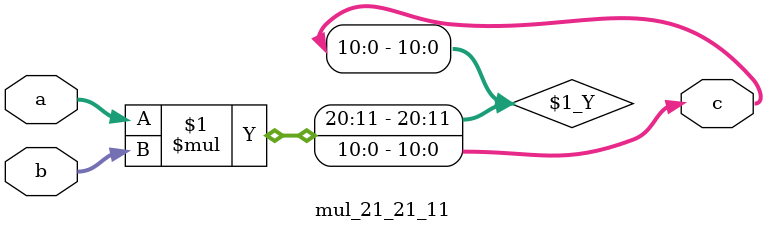
<source format=v>
module mul_21_21_11(a, b, c);
  input [20:0] a;
  input [20:0] b;
  output [10:0] c;
  assign c = a * b;
endmodule

</source>
